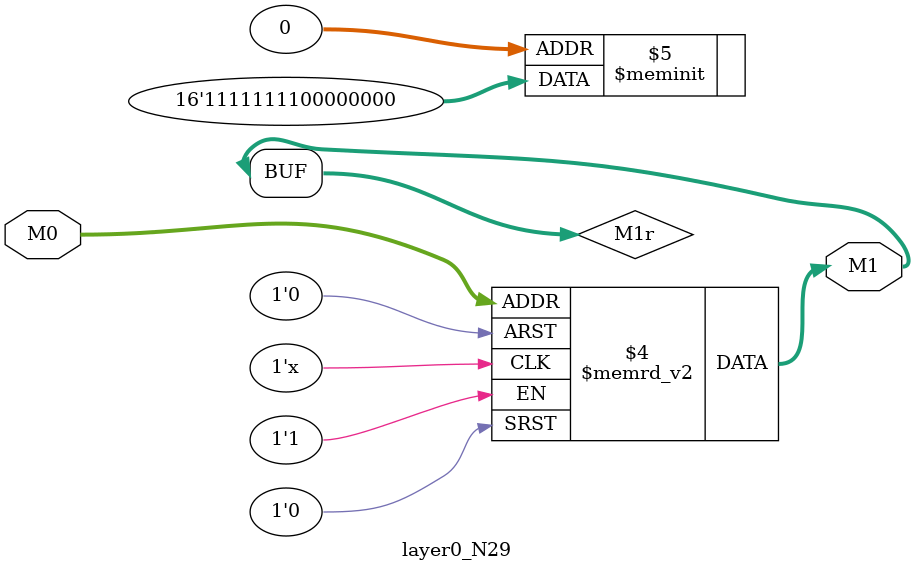
<source format=v>
module layer0_N29 ( input [2:0] M0, output [1:0] M1 );

	(*rom_style = "distributed" *) reg [1:0] M1r;
	assign M1 = M1r;
	always @ (M0) begin
		case (M0)
			3'b000: M1r = 2'b00;
			3'b100: M1r = 2'b11;
			3'b010: M1r = 2'b00;
			3'b110: M1r = 2'b11;
			3'b001: M1r = 2'b00;
			3'b101: M1r = 2'b11;
			3'b011: M1r = 2'b00;
			3'b111: M1r = 2'b11;

		endcase
	end
endmodule

</source>
